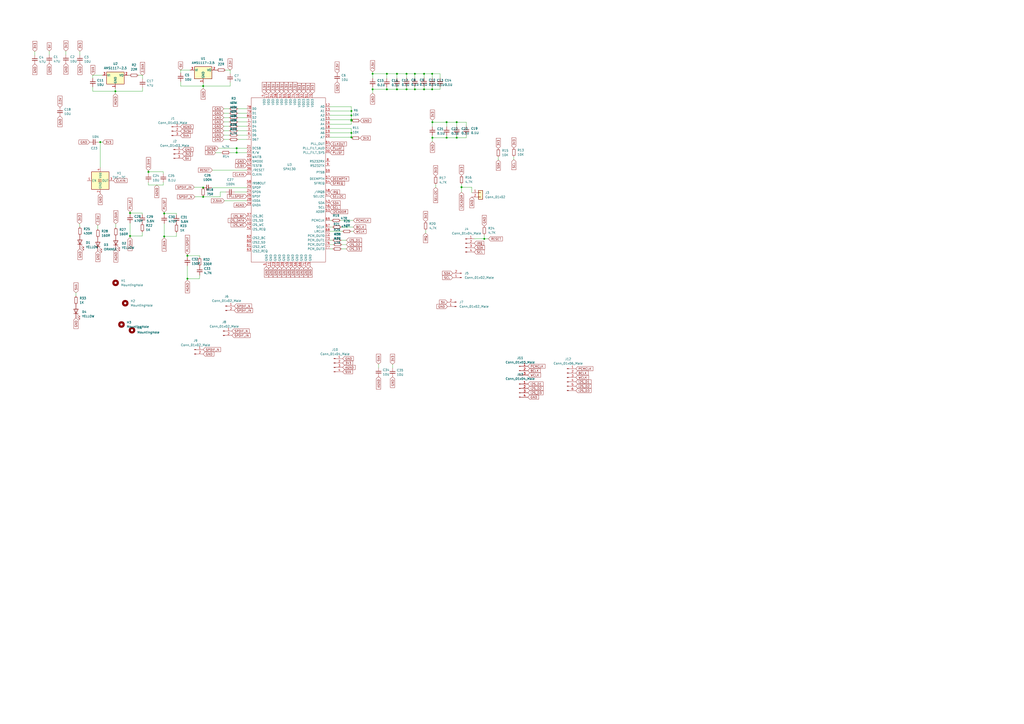
<source format=kicad_sch>
(kicad_sch (version 20230121) (generator eeschema)
  (paper "A2")
  (junction (at 137.287 88.519))
  (junction (at 259.08 70.866))
  (junction (at 245.999 51.816))
  (junction (at 235.839 42.799))
  (junction (at 250.698 42.799))
  (junction (at 108.712 161.671))
  (junction (at 95.25 123.825))
  (junction (at 267.716 108.585))
  (junction (at 240.665 42.799))
  (junction (at 245.999 42.799))
  (junction (at 216.154 42.799))
  (junction (at 250.825 70.866))
  (junction (at 86.106 99.695))
  (junction (at 203.835 77.089))
  (junction (at 75.438 123.571))
  (junction (at 224.409 51.816))
  (junction (at 250.825 79.883))
  (junction (at 95.25 137.16))
  (junction (at 259.08 79.883))
  (junction (at 216.154 51.816))
  (junction (at 66.929 52.959))
  (junction (at 203.835 79.629))
  (junction (at 230.251 42.799))
  (junction (at 58.166 82.423))
  (junction (at 235.839 51.816))
  (junction (at 137.287 85.979))
  (junction (at 264.922 70.866))
  (junction (at 203.835 64.389))
  (junction (at 280.924 138.557))
  (junction (at 75.438 136.906))
  (junction (at 264.922 79.883))
  (junction (at 240.665 51.816))
  (junction (at 117.856 49.911))
  (junction (at 203.835 69.469))
  (junction (at 203.835 66.929))
  (junction (at 117.856 108.839))
  (junction (at 203.835 69.977))
  (junction (at 117.856 114.173))
  (junction (at 224.409 42.799))
  (junction (at 108.712 148.336))
  (junction (at 230.251 51.816))
  (junction (at 250.698 51.816))
  (wire (pts (xy 298.069 90.932) (xy 298.069 92.583)))
  (wire (pts (xy 245.999 51.816) (xy 250.698 51.816)))
  (wire (pts (xy 108.712 161.671) (xy 108.712 162.56)))
  (wire (pts (xy 95.25 123.825) (xy 95.25 124.587)))
  (wire (pts (xy 20.193 32.004) (xy 20.193 29.845)))
  (wire (pts (xy 74.549 43.688) (xy 75.184 43.688)))
  (wire (pts (xy 216.154 42.799) (xy 216.154 45.466)))
  (wire (pts (xy 203.835 79.629) (xy 203.835 80.137)))
  (wire (pts (xy 82.55 124.46) (xy 82.55 123.571)))
  (wire (pts (xy 245.999 50.292) (xy 245.999 51.816)))
  (wire (pts (xy 117.856 51.308) (xy 117.856 49.911)))
  (wire (pts (xy 250.698 45.339) (xy 250.698 42.799)))
  (wire (pts (xy 227.711 213.487) (xy 227.711 211.328)))
  (wire (pts (xy 259.08 78.613) (xy 259.08 79.883)))
  (wire (pts (xy 94.742 99.695) (xy 86.106 99.695)))
  (wire (pts (xy 270.51 70.866) (xy 264.922 70.866)))
  (wire (pts (xy 46.101 129.794) (xy 46.355 131.572)))
  (wire (pts (xy 115.824 159.639) (xy 115.697 161.671)))
  (wire (pts (xy 270.51 79.883) (xy 264.922 79.883)))
  (wire (pts (xy 191.389 66.929) (xy 203.835 66.929)))
  (wire (pts (xy 82.677 50.8) (xy 82.677 52.959)))
  (wire (pts (xy 246.888 133.604) (xy 246.888 135.255)))
  (wire (pts (xy 95.25 129.667) (xy 95.25 137.16)))
  (wire (pts (xy 115.824 148.336) (xy 108.712 148.336)))
  (wire (pts (xy 94.742 100.711) (xy 94.742 99.695)))
  (wire (pts (xy 133.477 88.519) (xy 137.287 88.519)))
  (wire (pts (xy 94.742 105.791) (xy 94.742 107.315)))
  (wire (pts (xy 192.913 131.699) (xy 191.389 131.699)))
  (wire (pts (xy 203.835 61.849) (xy 191.389 61.849)))
  (wire (pts (xy 108.712 154.178) (xy 108.712 161.671)))
  (wire (pts (xy 289.052 91.186) (xy 289.052 92.837)))
  (wire (pts (xy 104.775 40.64) (xy 110.236 40.64)))
  (wire (pts (xy 58.166 82.423) (xy 57.15 82.423)))
  (wire (pts (xy 129.794 70.739) (xy 132.969 70.739)))
  (wire (pts (xy 75.438 123.571) (xy 75.438 124.333)))
  (wire (pts (xy 200.914 141.859) (xy 198.374 141.859)))
  (wire (pts (xy 191.389 79.629) (xy 203.835 79.629)))
  (wire (pts (xy 137.287 88.519) (xy 143.129 88.519)))
  (wire (pts (xy 224.409 51.816) (xy 216.154 51.816)))
  (wire (pts (xy 204.978 127.889) (xy 197.485 127.889)))
  (wire (pts (xy 115.824 149.352) (xy 115.824 148.336)))
  (wire (pts (xy 46.355 31.877) (xy 46.355 29.718)))
  (wire (pts (xy 192.913 139.319) (xy 191.389 139.319)))
  (wire (pts (xy 255.27 50.419) (xy 255.27 51.816)))
  (wire (pts (xy 122.936 108.839) (xy 143.129 108.839)))
  (wire (pts (xy 95.25 123.063) (xy 95.25 123.825)))
  (wire (pts (xy 129.794 65.659) (xy 132.969 65.659)))
  (wire (pts (xy 235.839 42.799) (xy 240.665 42.799)))
  (wire (pts (xy 130.175 116.459) (xy 143.129 116.459)))
  (wire (pts (xy 235.839 50.292) (xy 235.839 51.816)))
  (wire (pts (xy 66.929 54.356) (xy 66.929 52.959)))
  (wire (pts (xy 129.794 73.279) (xy 132.969 73.279)))
  (wire (pts (xy 137.287 85.979) (xy 143.129 85.979)))
  (wire (pts (xy 123.19 98.679) (xy 143.129 98.679)))
  (wire (pts (xy 129.794 78.359) (xy 132.969 78.359)))
  (wire (pts (xy 191.389 74.549) (xy 203.835 74.549)))
  (wire (pts (xy 200.914 139.319) (xy 197.993 139.319)))
  (wire (pts (xy 53.848 43.688) (xy 59.309 43.688)))
  (wire (pts (xy 104.775 47.371) (xy 104.775 49.911)))
  (wire (pts (xy 86.106 99.695) (xy 86.106 100.711)))
  (wire (pts (xy 138.049 70.739) (xy 143.129 70.739)))
  (wire (pts (xy 129.794 68.199) (xy 132.969 68.199)))
  (wire (pts (xy 95.25 137.16) (xy 102.362 137.16)))
  (wire (pts (xy 250.825 70.866) (xy 250.825 73.533)))
  (wire (pts (xy 138.049 80.899) (xy 143.129 80.899)))
  (wire (pts (xy 129.794 75.819) (xy 132.969 75.819)))
  (wire (pts (xy 273.685 108.585) (xy 267.716 108.585)))
  (wire (pts (xy 82.677 43.688) (xy 82.677 45.72)))
  (wire (pts (xy 28.575 31.75) (xy 28.575 29.591)))
  (wire (pts (xy 240.665 50.292) (xy 240.665 51.816)))
  (wire (pts (xy 102.362 123.825) (xy 95.25 123.825)))
  (wire (pts (xy 102.362 134.874) (xy 102.362 137.16)))
  (wire (pts (xy 53.848 45.339) (xy 53.848 43.688)))
  (wire (pts (xy 102.362 124.714) (xy 102.362 123.825)))
  (wire (pts (xy 59.563 82.423) (xy 58.166 82.423)))
  (wire (pts (xy 204.978 134.239) (xy 203.708 134.239)))
  (wire (pts (xy 95.25 137.16) (xy 95.25 138.049)))
  (wire (pts (xy 264.922 73.406) (xy 264.922 70.866)))
  (wire (pts (xy 86.106 98.933) (xy 86.106 99.695)))
  (wire (pts (xy 250.825 70.866) (xy 259.08 70.866)))
  (wire (pts (xy 200.914 144.399) (xy 198.12 144.399)))
  (wire (pts (xy 129.794 63.119) (xy 132.969 63.119)))
  (wire (pts (xy 240.665 42.799) (xy 245.999 42.799)))
  (wire (pts (xy 203.835 69.469) (xy 203.835 69.977)))
  (wire (pts (xy 38.227 31.75) (xy 38.227 29.591)))
  (wire (pts (xy 203.835 61.849) (xy 203.835 64.389)))
  (wire (pts (xy 193.294 141.859) (xy 191.389 141.859)))
  (wire (pts (xy 56.769 130.683) (xy 56.769 132.842)))
  (wire (pts (xy 267.716 106.807) (xy 267.716 108.585)))
  (wire (pts (xy 264.922 79.883) (xy 259.08 79.883)))
  (wire (pts (xy 191.389 77.089) (xy 203.835 77.089)))
  (wire (pts (xy 267.716 108.585) (xy 267.716 111.506)))
  (wire (pts (xy 259.08 73.533) (xy 259.08 70.866)))
  (wire (pts (xy 108.712 161.671) (xy 115.697 161.671)))
  (wire (pts (xy 259.08 79.883) (xy 250.825 79.883)))
  (wire (pts (xy 203.835 74.549) (xy 203.835 77.089)))
  (wire (pts (xy 203.835 77.089) (xy 203.835 79.629)))
  (wire (pts (xy 86.106 105.791) (xy 86.106 107.315)))
  (wire (pts (xy 203.835 66.929) (xy 203.835 69.469)))
  (wire (pts (xy 82.55 134.62) (xy 82.55 136.906)))
  (wire (pts (xy 133.477 40.64) (xy 133.477 42.672)))
  (wire (pts (xy 191.389 64.389) (xy 203.835 64.389)))
  (wire (pts (xy 127.762 114.173) (xy 117.856 114.173)))
  (wire (pts (xy 125.095 88.519) (xy 128.397 88.519)))
  (wire (pts (xy 133.477 47.752) (xy 133.477 49.911)))
  (wire (pts (xy 117.856 49.911) (xy 117.856 48.26)))
  (wire (pts (xy 273.685 111.76) (xy 273.685 108.585)))
  (wire (pts (xy 108.712 147.574) (xy 108.712 148.336)))
  (wire (pts (xy 108.712 148.336) (xy 108.712 149.098)))
  (wire (pts (xy 280.924 136.271) (xy 280.924 138.557)))
  (wire (pts (xy 127.762 111.379) (xy 127.762 114.173)))
  (wire (pts (xy 270.51 73.279) (xy 270.51 70.866)))
  (wire (pts (xy 240.665 45.212) (xy 240.665 42.799)))
  (wire (pts (xy 75.438 136.906) (xy 75.438 137.795)))
  (wire (pts (xy 53.848 52.959) (xy 66.929 52.959)))
  (wire (pts (xy 275.082 138.557) (xy 280.924 138.557)))
  (wire (pts (xy 66.929 52.959) (xy 66.929 51.308)))
  (wire (pts (xy 138.049 78.359) (xy 143.129 78.359)))
  (wire (pts (xy 280.924 138.557) (xy 283.337 138.557)))
  (wire (pts (xy 115.824 154.559) (xy 115.824 154.432)))
  (wire (pts (xy 252.73 107.061) (xy 252.73 108.712)))
  (wire (pts (xy 104.775 42.291) (xy 104.775 40.64)))
  (wire (pts (xy 235.839 51.816) (xy 240.665 51.816)))
  (wire (pts (xy 86.106 107.315) (xy 94.742 107.315)))
  (wire (pts (xy 235.839 42.799) (xy 230.251 42.799)))
  (wire (pts (xy 53.848 50.419) (xy 53.848 52.959)))
  (wire (pts (xy 216.154 51.816) (xy 216.154 50.546)))
  (wire (pts (xy 75.438 136.906) (xy 82.55 136.906)))
  (wire (pts (xy 82.55 123.571) (xy 75.438 123.571)))
  (wire (pts (xy 245.999 45.212) (xy 245.999 42.799)))
  (wire (pts (xy 129.794 80.899) (xy 132.969 80.899)))
  (wire (pts (xy 44.069 169.799) (xy 44.069 171.704)))
  (wire (pts (xy 138.049 75.819) (xy 143.129 75.819)))
  (wire (pts (xy 250.698 51.816) (xy 255.27 51.816)))
  (wire (pts (xy 82.677 52.959) (xy 66.929 52.959)))
  (wire (pts (xy 192.405 127.889) (xy 191.389 127.889)))
  (wire (pts (xy 224.409 42.799) (xy 230.251 42.799)))
  (wire (pts (xy 138.049 68.199) (xy 143.129 68.199)))
  (wire (pts (xy 67.183 129.794) (xy 67.183 131.953)))
  (wire (pts (xy 216.154 41.656) (xy 216.154 42.799)))
  (wire (pts (xy 250.825 79.883) (xy 250.825 78.613)))
  (wire (pts (xy 250.825 82.169) (xy 250.825 79.883)))
  (wire (pts (xy 75.438 122.809) (xy 75.438 123.571)))
  (wire (pts (xy 138.049 63.119) (xy 143.129 63.119)))
  (wire (pts (xy 136.144 111.379) (xy 143.129 111.379)))
  (wire (pts (xy 250.698 42.799) (xy 245.999 42.799)))
  (wire (pts (xy 230.251 51.816) (xy 224.409 51.816)))
  (wire (pts (xy 80.264 43.688) (xy 82.677 43.688)))
  (wire (pts (xy 230.251 50.419) (xy 230.251 51.816)))
  (wire (pts (xy 193.04 144.399) (xy 191.389 144.399)))
  (wire (pts (xy 191.389 69.469) (xy 203.835 69.469)))
  (wire (pts (xy 138.049 65.659) (xy 143.129 65.659)))
  (wire (pts (xy 235.839 45.212) (xy 235.839 42.799)))
  (wire (pts (xy 58.166 82.423) (xy 58.166 97.155)))
  (wire (pts (xy 198.628 134.239) (xy 191.389 134.239)))
  (wire (pts (xy 255.27 45.339) (xy 255.27 42.799)))
  (wire (pts (xy 250.825 69.723) (xy 250.825 70.866)))
  (wire (pts (xy 255.27 42.799) (xy 250.698 42.799)))
  (wire (pts (xy 240.665 51.816) (xy 245.999 51.816)))
  (wire (pts (xy 264.922 78.486) (xy 264.922 79.883)))
  (wire (pts (xy 203.835 64.389) (xy 203.835 66.929)))
  (wire (pts (xy 203.835 72.009) (xy 191.389 72.009)))
  (wire (pts (xy 203.835 69.977) (xy 203.835 72.009)))
  (wire (pts (xy 125.476 40.64) (xy 125.73 40.64)))
  (wire (pts (xy 133.477 49.911) (xy 117.856 49.911)))
  (wire (pts (xy 204.978 131.699) (xy 197.993 131.699)))
  (wire (pts (xy 117.856 114.173) (xy 113.03 114.173)))
  (wire (pts (xy 259.08 70.866) (xy 264.922 70.866)))
  (wire (pts (xy 127.762 111.379) (xy 131.064 111.379)))
  (wire (pts (xy 104.775 49.911) (xy 117.856 49.911)))
  (wire (pts (xy 235.839 51.816) (xy 230.251 51.816)))
  (wire (pts (xy 117.856 108.839) (xy 117.856 108.585)))
  (wire (pts (xy 224.409 45.466) (xy 224.409 42.799)))
  (wire (pts (xy 138.049 73.279) (xy 143.129 73.279)))
  (wire (pts (xy 130.81 40.64) (xy 133.477 40.64)))
  (wire (pts (xy 250.698 50.419) (xy 250.698 51.816)))
  (wire (pts (xy 75.438 129.413) (xy 75.438 136.906)))
  (wire (pts (xy 137.287 85.979) (xy 137.287 88.519)))
  (wire (pts (xy 216.154 42.799) (xy 224.409 42.799)))
  (wire (pts (xy 270.51 78.359) (xy 270.51 79.883)))
  (wire (pts (xy 230.251 45.339) (xy 230.251 42.799)))
  (wire (pts (xy 126.619 85.979) (xy 137.287 85.979)))
  (wire (pts (xy 112.649 108.585) (xy 117.856 108.585)))
  (wire (pts (xy 117.856 113.919) (xy 117.856 114.173)))
  (wire (pts (xy 224.409 50.546) (xy 224.409 51.816)))
  (wire (pts (xy 219.583 213.36) (xy 219.583 211.201)))
  (wire (pts (xy 216.154 54.102) (xy 216.154 51.816)))
  (global_label "GND" (shape input) (at 44.069 184.404 270) (property "Intersheetrefs" "${INTERSHEET_REFS}" (effects hide)))
  (global_label "2.5VA" (shape input) (at 82.677 43.688 90) (property "Intersheetrefs" "${INTERSHEET_REFS}" (effects hide)))
  (global_label "2.5V" (shape input) (at 56.769 130.683 90) (property "Intersheetrefs" "${INTERSHEET_REFS}" (effects hide)))
  (global_label "2.5V" (shape input) (at 160.909 54.229 90) (property "Intersheetrefs" "${INTERSHEET_REFS}" (effects hide)))
  (global_label "SCL" (shape input) (at 262.636 161.036 180) (property "Intersheetrefs" "${INTERSHEET_REFS}" (effects hide)))
  (global_label "PLLAF" (shape input) (at 75.438 122.809 90) (property "Intersheetrefs" "${INTERSHEET_REFS}" (effects hide)))
  (global_label "GND" (shape input) (at 46.355 144.272 270) (property "Intersheetrefs" "${INTERSHEET_REFS}" (effects hide)))
  (global_label "5V" (shape input) (at 259.588 175.26 180) (property "Intersheetrefs" "${INTERSHEET_REFS}" (effects hide)))
  (global_label "I2S_D3" (shape input) (at 200.914 144.399 0) (property "Intersheetrefs" "${INTERSHEET_REFS}" (effects hide)))
  (global_label "2.5V" (shape input) (at 216.154 41.656 90) (property "Intersheetrefs" "${INTERSHEET_REFS}" (effects hide)))
  (global_label "GND" (shape input) (at 167.259 154.559 270) (property "Intersheetrefs" "${INTERSHEET_REFS}" (effects hide)))
  (global_label "SDA" (shape input) (at 289.052 92.837 270) (property "Intersheetrefs" "${INTERSHEET_REFS}" (effects hide)))
  (global_label "GND" (shape input) (at 58.166 112.395 270) (property "Intersheetrefs" "${INTERSHEET_REFS}" (effects hide)))
  (global_label "GND" (shape input) (at 129.794 70.739 180) (property "Intersheetrefs" "${INTERSHEET_REFS}" (effects hide)))
  (global_label "2.5V" (shape input) (at 165.989 54.229 90) (property "Intersheetrefs" "${INTERSHEET_REFS}" (effects hide)))
  (global_label "3V3" (shape input) (at 181.229 54.229 90) (property "Intersheetrefs" "${INTERSHEET_REFS}" (effects hide)))
  (global_label "3V3" (shape input) (at 250.825 69.723 90) (property "Intersheetrefs" "${INTERSHEET_REFS}" (effects hide)))
  (global_label "GND" (shape input) (at 129.794 80.899 180) (property "Intersheetrefs" "${INTERSHEET_REFS}" (effects hide)))
  (global_label "3V3" (shape input) (at 208.915 80.137 0) (property "Intersheetrefs" "${INTERSHEET_REFS}" (effects hide)))
  (global_label "GND" (shape input) (at 143.129 93.599 180) (property "Intersheetrefs" "${INTERSHEET_REFS}" (effects hide)))
  (global_label "AGND" (shape input) (at 90.932 107.315 270) (property "Intersheetrefs" "${INTERSHEET_REFS}" (effects hide)))
  (global_label "SELI2C" (shape input) (at 191.389 113.919 0) (property "Intersheetrefs" "${INTERSHEET_REFS}" (effects hide)))
  (global_label "AGND" (shape input) (at 104.648 73.533 0) (property "Intersheetrefs" "${INTERSHEET_REFS}" (effects hide)))
  (global_label "3V3" (shape input) (at 176.149 54.229 90) (property "Intersheetrefs" "${INTERSHEET_REFS}" (effects hide)))
  (global_label "I2S_D2" (shape input) (at 200.914 141.859 0) (property "Intersheetrefs" "${INTERSHEET_REFS}" (effects hide)))
  (global_label "AGND" (shape input) (at 143.129 118.999 180) (property "Intersheetrefs" "${INTERSHEET_REFS}" (effects hide)))
  (global_label "CLKIN" (shape input) (at 65.786 104.775 0) (property "Intersheetrefs" "${INTERSHEET_REFS}" (effects hide)))
  (global_label "5V" (shape input) (at 105.791 91.821 0) (property "Intersheetrefs" "${INTERSHEET_REFS}" (effects hide)))
  (global_label "3V3" (shape input) (at 298.069 85.852 90) (property "Intersheetrefs" "${INTERSHEET_REFS}" (effects hide)))
  (global_label "GND" (shape input) (at 129.794 68.199 180) (property "Intersheetrefs" "${INTERSHEET_REFS}" (effects hide)))
  (global_label "I2CADDR" (shape input) (at 267.716 111.506 270) (property "Intersheetrefs" "${INTERSHEET_REFS}" (effects hide)))
  (global_label "SPDIF_N" (shape input) (at 113.03 114.173 180) (property "Intersheetrefs" "${INTERSHEET_REFS}" (effects hide)))
  (global_label "3V3" (shape input) (at 198.755 210.566 0) (property "Intersheetrefs" "${INTERSHEET_REFS}" (effects hide)))
  (global_label "CLKIN" (shape input) (at 143.129 101.219 180) (property "Intersheetrefs" "${INTERSHEET_REFS}" (effects hide)))
  (global_label "SELI2C" (shape input) (at 252.73 108.712 270) (property "Intersheetrefs" "${INTERSHEET_REFS}" (effects hide)))
  (global_label "GND" (shape input) (at 162.179 154.559 270) (property "Intersheetrefs" "${INTERSHEET_REFS}" (effects hide)))
  (global_label "3V3" (shape input) (at 38.227 29.591 90) (property "Intersheetrefs" "${INTERSHEET_REFS}" (effects hide)))
  (global_label "I2S_D2" (shape input) (at 306.197 225.298 0) (property "Intersheetrefs" "${INTERSHEET_REFS}" (effects hide)))
  (global_label "2.5V" (shape input) (at 143.129 96.139 180) (property "Intersheetrefs" "${INTERSHEET_REFS}" (effects hide)))
  (global_label "5VA" (shape input) (at 44.069 169.799 90) (property "Intersheetrefs" "${INTERSHEET_REFS}" (effects hide)))
  (global_label "WCLK" (shape input) (at 204.978 134.239 0) (property "Intersheetrefs" "${INTERSHEET_REFS}" (effects hide)))
  (global_label "GND" (shape input) (at 157.099 154.559 270) (property "Intersheetrefs" "${INTERSHEET_REFS}" (effects hide)))
  (global_label "2.5V" (shape input) (at 163.449 54.229 90) (property "Intersheetrefs" "${INTERSHEET_REFS}" (effects hide)))
  (global_label "GND" (shape input) (at 154.559 154.559 270) (property "Intersheetrefs" "${INTERSHEET_REFS}" (effects hide)))
  (global_label "I2S_D1" (shape input) (at 306.197 222.758 0) (property "Intersheetrefs" "${INTERSHEET_REFS}" (effects hide)))
  (global_label "CLKOUT" (shape input) (at 191.389 83.439 0) (property "Intersheetrefs" "${INTERSHEET_REFS}" (effects hide)))
  (global_label "SCL" (shape input) (at 275.082 146.177 0) (property "Intersheetrefs" "${INTERSHEET_REFS}" (effects hide)))
  (global_label "GND" (shape input) (at 280.924 131.191 90) (property "Intersheetrefs" "${INTERSHEET_REFS}" (effects hide)))
  (global_label "GND" (shape input) (at 273.685 114.3 270) (property "Intersheetrefs" "${INTERSHEET_REFS}" (effects hide)))
  (global_label "2.5V" (shape input) (at 158.369 54.229 90) (property "Intersheetrefs" "${INTERSHEET_REFS}" (effects hide)))
  (global_label "3V3" (shape input) (at 227.711 211.328 90) (property "Intersheetrefs" "${INTERSHEET_REFS}" (effects hide)))
  (global_label "SCL" (shape input) (at 191.389 120.269 0) (property "Intersheetrefs" "${INTERSHEET_REFS}" (effects hide)))
  (global_label "GND" (shape input) (at 198.755 208.026 0) (property "Intersheetrefs" "${INTERSHEET_REFS}" (effects hide)))
  (global_label "2.5V" (shape input) (at 153.289 54.229 90) (property "Intersheetrefs" "${INTERSHEET_REFS}" (effects hide)))
  (global_label "SDA" (shape input) (at 275.082 143.637 0) (property "Intersheetrefs" "${INTERSHEET_REFS}" (effects hide)))
  (global_label "I2S_D1" (shape input) (at 334.01 221.488 0) (property "Intersheetrefs" "${INTERSHEET_REFS}" (effects hide)))
  (global_label "5VA" (shape input) (at 104.648 78.613 0) (property "Intersheetrefs" "${INTERSHEET_REFS}" (effects hide)))
  (global_label "PLLSPDIF" (shape input) (at 143.129 113.919 180) (property "Intersheetrefs" "${INTERSHEET_REFS}" (effects hide)))
  (global_label "AGND" (shape input) (at 219.583 218.44 270) (property "Intersheetrefs" "${INTERSHEET_REFS}" (effects hide)))
  (global_label "DEEMPTH" (shape input) (at 191.389 103.759 0) (property "Intersheetrefs" "${INTERSHEET_REFS}" (effects hide)))
  (global_label "GND" (shape input) (at 195.58 47.498 270) (property "Intersheetrefs" "${INTERSHEET_REFS}" (effects hide)))
  (global_label "GND" (shape input) (at 174.879 154.559 270) (property "Intersheetrefs" "${INTERSHEET_REFS}" (effects hide)))
  (global_label "PCMCLK" (shape input) (at 306.197 212.471 0) (property "Intersheetrefs" "${INTERSHEET_REFS}" (effects hide)))
  (global_label "GND" (shape input) (at 117.856 205.359 0) (property "Intersheetrefs" "${INTERSHEET_REFS}" (effects hide)))
  (global_label "2.5VA" (shape input) (at 86.106 98.933 90) (property "Intersheetrefs" "${INTERSHEET_REFS}" (effects hide)))
  (global_label "GND" (shape input) (at 129.794 73.279 180) (property "Intersheetrefs" "${INTERSHEET_REFS}" (effects hide)))
  (global_label "2.5V" (shape input) (at 171.069 54.229 90) (property "Intersheetrefs" "${INTERSHEET_REFS}" (effects hide)))
  (global_label "5VA" (shape input) (at 53.848 43.688 90) (property "Intersheetrefs" "${INTERSHEET_REFS}" (effects hide)))
  (global_label "GND" (shape input) (at 28.575 36.83 270) (property "Intersheetrefs" "${INTERSHEET_REFS}" (effects hide)))
  (global_label "3V3" (shape input) (at 289.052 86.106 90) (property "Intersheetrefs" "${INTERSHEET_REFS}" (effects hide)))
  (global_label "2.5VA" (shape input) (at 67.183 129.794 90) (property "Intersheetrefs" "${INTERSHEET_REFS}" (effects hide)))
  (global_label "AGND" (shape input) (at 198.755 213.106 0) (property "Intersheetrefs" "${INTERSHEET_REFS}" (effects hide)))
  (global_label "5V" (shape input) (at 28.575 29.591 90) (property "Intersheetrefs" "${INTERSHEET_REFS}" (effects hide)))
  (global_label "PLLAF" (shape input) (at 191.389 85.979 0) (property "Intersheetrefs" "${INTERSHEET_REFS}" (effects hide)))
  (global_label "2.5V" (shape input) (at 34.798 62.23 90) (property "Intersheetrefs" "${INTERSHEET_REFS}" (effects hide)))
  (global_label "GND" (shape input) (at 227.711 218.567 270) (property "Intersheetrefs" "${INTERSHEET_REFS}" (effects hide)))
  (global_label "GND" (shape input) (at 34.798 67.31 270) (property "Intersheetrefs" "${INTERSHEET_REFS}" (effects hide)))
  (global_label "I2S_DATA" (shape input) (at 143.129 127.889 180) (property "Intersheetrefs" "${INTERSHEET_REFS}" (effects hide)))
  (global_label "GND" (shape input) (at 216.154 54.102 270) (property "Intersheetrefs" "${INTERSHEET_REFS}" (effects hide)))
  (global_label "I2S_D3" (shape input) (at 334.01 226.568 0) (property "Intersheetrefs" "${INTERSHEET_REFS}" (effects hide)))
  (global_label "AGND" (shape input) (at 108.712 162.56 270) (property "Intersheetrefs" "${INTERSHEET_REFS}" (effects hide)))
  (global_label "AGND" (shape input) (at 66.929 54.356 270) (property "Intersheetrefs" "${INTERSHEET_REFS}" (effects hide)))
  (global_label "GND" (shape input) (at 56.769 145.542 270) (property "Intersheetrefs" "${INTERSHEET_REFS}" (effects hide)))
  (global_label "5VA" (shape input) (at 198.755 215.646 0) (property "Intersheetrefs" "${INTERSHEET_REFS}" (effects hide)))
  (global_label "PCMCLK" (shape input) (at 204.978 127.889 0) (property "Intersheetrefs" "${INTERSHEET_REFS}" (effects hide)))
  (global_label "GND" (shape input) (at 259.588 177.8 180) (property "Intersheetrefs" "${INTERSHEET_REFS}" (effects hide)))
  (global_label "GND" (shape input) (at 129.794 63.119 180) (property "Intersheetrefs" "${INTERSHEET_REFS}" (effects hide)))
  (global_label "SDA" (shape input) (at 191.389 117.729 0) (property "Intersheetrefs" "${INTERSHEET_REFS}" (effects hide)))
  (global_label "IRQ" (shape input) (at 275.082 141.097 0) (property "Intersheetrefs" "${INTERSHEET_REFS}" (effects hide)))
  (global_label "I2S_BC" (shape input) (at 143.129 125.349 180) (property "Intersheetrefs" "${INTERSHEET_REFS}" (effects hide)))
  (global_label "3V3" (shape input) (at 105.791 89.281 0) (property "Intersheetrefs" "${INTERSHEET_REFS}" (effects hide)))
  (global_label "3V3" (shape input) (at 59.563 82.423 0) (property "Intersheetrefs" "${INTERSHEET_REFS}" (effects hide)))
  (global_label "I2S_D3" (shape input) (at 306.197 227.838 0) (property "Intersheetrefs" "${INTERSHEET_REFS}" (effects hide)))
  (global_label "PLLSF" (shape input) (at 95.25 123.063 90) (property "Intersheetrefs" "${INTERSHEET_REFS}" (effects hide)))
  (global_label "SPDIF_N" (shape input) (at 135.89 177.546 0) (property "Intersheetrefs" "${INTERSHEET_REFS}" (effects hide)))
  (global_label "3V3" (shape input) (at 178.689 54.229 90) (property "Intersheetrefs" "${INTERSHEET_REFS}" (effects hide)))
  (global_label "SPDIF_N" (shape input) (at 134.493 192.024 0) (property "Intersheetrefs" "${INTERSHEET_REFS}" (effects hide)))
  (global_label "BCLK" (shape input) (at 204.978 131.699 0) (property "Intersheetrefs" "${INTERSHEET_REFS}" (effects hide)))
  (global_label "GND" (shape input) (at 177.419 154.559 270) (property "Intersheetrefs" "${INTERSHEET_REFS}" (effects hide)))
  (global_label "DCSB" (shape input) (at 126.619 85.979 180) (property "Intersheetrefs" "${INTERSHEET_REFS}" (effects hide)))
  (global_label "2.5V" (shape input) (at 133.477 40.64 90) (property "Intersheetrefs" "${INTERSHEET_REFS}" (effects hide)))
  (global_label "IRQ" (shape input) (at 246.888 135.255 270) (property "Intersheetrefs" "${INTERSHEET_REFS}" (effects hide)))
  (global_label "GND" (shape input) (at 172.339 154.559 270) (property "Intersheetrefs" "${INTERSHEET_REFS}" (effects hide)))
  (global_label "GND" (shape input) (at 46.355 36.957 270) (property "Intersheetrefs" "${INTERSHEET_REFS}" (effects hide)))
  (global_label "3V3" (shape input) (at 252.73 101.981 90) (property "Intersheetrefs" "${INTERSHEET_REFS}" (effects hide)))
  (global_label "I2CADDR" (shape input) (at 191.389 122.809 0) (property "Intersheetrefs" "${INTERSHEET_REFS}" (effects hide)))
  (global_label "GND" (shape input) (at 129.794 65.659 180) (property "Intersheetrefs" "${INTERSHEET_REFS}" (effects hide)))
  (global_label "AGND" (shape input) (at 67.183 144.653 270) (property "Intersheetrefs" "${INTERSHEET_REFS}" (effects hide)))
  (global_label "GND" (shape input) (at 20.193 37.084 270) (property "Intersheetrefs" "${INTERSHEET_REFS}" (effects hide)))
  (global_label "SDA" (shape input) (at 262.636 158.496 180) (property "Intersheetrefs" "${INTERSHEET_REFS}" (effects hide)))
  (global_label "BCLK" (shape input) (at 306.197 215.011 0) (property "Intersheetrefs" "${INTERSHEET_REFS}" (effects hide)))
  (global_label "GND" (shape input) (at 117.856 51.308 270) (property "Intersheetrefs" "${INTERSHEET_REFS}" (effects hide)))
  (global_label "2.5VA" (shape input) (at 130.175 116.459 180) (property "Intersheetrefs" "${INTERSHEET_REFS}" (effects hide)))
  (global_label "GND" (shape input) (at 306.197 230.378 0) (property "Intersheetrefs" "${INTERSHEET_REFS}" (effects hide)))
  (global_label "GND" (shape input) (at 169.799 154.559 270) (property "Intersheetrefs" "${INTERSHEET_REFS}" (effects hide)))
  (global_label "IRQ" (shape input) (at 191.389 111.379 0) (property "Intersheetrefs" "${INTERSHEET_REFS}" (effects hide)))
  (global_label "SPDIF_IN" (shape input) (at 135.89 180.086 0) (property "Intersheetrefs" "${INTERSHEET_REFS}" (effects hide)))
  (global_label "I2S_D2" (shape input) (at 334.01 224.028 0) (property "Intersheetrefs" "${INTERSHEET_REFS}" (effects hide)))
  (global_label "GND" (shape input) (at 129.794 78.359 180) (property "Intersheetrefs" "${INTERSHEET_REFS}" (effects hide)))
  (global_label "3V3" (shape input) (at 46.101 129.794 90) (property "Intersheetrefs" "${INTERSHEET_REFS}" (effects hide)))
  (global_label "3V3" (shape input) (at 246.888 128.524 90) (property "Intersheetrefs" "${INTERSHEET_REFS}" (effects hide)))
  (global_label "I2S_D1" (shape input) (at 200.914 139.319 0) (property "Intersheetrefs" "${INTERSHEET_REFS}" (effects hide)))
  (global_label "GND" (shape input) (at 38.227 36.83 270) (property "Intersheetrefs" "${INTERSHEET_REFS}" (effects hide)))
  (global_label "GND" (shape input) (at 159.639 154.559 270) (property "Intersheetrefs" "${INTERSHEET_REFS}" (effects hide)))
  (global_label "2.5V" (shape input) (at 168.529 54.229 90) (property "Intersheetrefs" "${INTERSHEET_REFS}" (effects hide)))
  (global_label "RESET" (shape input) (at 283.337 138.557 0) (property "Intersheetrefs" "${INTERSHEET_REFS}" (effects hide)))
  (global_label "3V3" (shape input) (at 20.193 29.845 90) (property "Intersheetrefs" "${INTERSHEET_REFS}" (effects hide)))
  (global_label "GND" (shape input) (at 129.794 75.819 180) (property "Intersheetrefs" "${INTERSHEET_REFS}" (effects hide)))
  (global_label "2.5VA" (shape input) (at 75.438 137.795 270) (property "Intersheetrefs" "${INTERSHEET_REFS}" (effects hide)))
  (global_label "GND" (shape input) (at 179.959 154.559 270) (property "Intersheetrefs" "${INTERSHEET_REFS}" (effects hide)))
  (global_label "I2S_WC" (shape input) (at 143.129 130.429 180) (property "Intersheetrefs" "${INTERSHEET_REFS}" (effects hide)))
  (global_label "GND" (shape input) (at 208.915 69.977 0) (property "Intersheetrefs" "${INTERSHEET_REFS}" (effects hide)))
  (global_label "3V3" (shape input) (at 173.609 54.229 90) (property "Intersheetrefs" "${INTERSHEET_REFS}" (effects hide)))
  (global_label "2.5V" (shape input) (at 195.58 42.418 90) (property "Intersheetrefs" "${INTERSHEET_REFS}" (effects hide)))
  (global_label "2.5V" (shape input) (at 155.829 54.229 90) (property "Intersheetrefs" "${INTERSHEET_REFS}" (effects hide)))
  (global_label "GND" (shape input) (at 250.825 82.169 270) (property "Intersheetrefs" "${INTERSHEET_REFS}" (effects hide)))
  (global_label "PCMCLK" (shape input) (at 334.01 213.868 0) (property "Intersheetrefs" "${INTERSHEET_REFS}" (effects hide)))
  (global_label "SPDIF_IN" (shape input) (at 112.649 108.585 180) (property "Intersheetrefs" "${INTERSHEET_REFS}" (effects hide)))
  (global_label "PLLSPDIF" (shape input) (at 108.712 147.574 90) (property "Intersheetrefs" "${INTERSHEET_REFS}" (effects hide)))
  (global_label "GND" (shape input) (at 164.719 154.559 270) (property "Intersheetrefs" "${INTERSHEET_REFS}" (effects hide)))
  (global_label "WCLK" (shape input) (at 334.01 218.948 0) (property "Intersheetrefs" "${INTERSHEET_REFS}" (effects hide)))
  (global_label "PLLSF" (shape input) (at 191.389 88.519 0) (property "Intersheetrefs" "${INTERSHEET_REFS}" (effects hide)))
  (global_label "2.5VA" (shape input) (at 95.25 138.049 270) (property "Intersheetrefs" "${INTERSHEET_REFS}" (effects hide)))
  (global_label "3V3" (shape input) (at 46.355 29.718 90) (property "Intersheetrefs" "${INTERSHEET_REFS}" (effects hide)))
  (global_label "GND" (shape input) (at 52.07 82.423 180) (property "Intersheetrefs" "${INTERSHEET_REFS}" (effects hide)))
  (global_label "3V3" (shape input) (at 267.716 101.727 90) (property "Intersheetrefs" "${INTERSHEET_REFS}" (effects hide)))
  (global_label "BCLK" (shape input) (at 334.01 216.408 0) (property "Intersheetrefs" "${INTERSHEET_REFS}" (effects hide)))
  (global_label "3V3" (shape input) (at 125.095 88.519 180) (property "Intersheetrefs" "${INTERSHEET_REFS}" (effects hide)))
  (global_label "SFREQ" (shape input) (at 191.389 106.299 0) (property "Intersheetrefs" "${INTERSHEET_REFS}" (effects hide)))
  (global_label "SPDIF_N" (shape input) (at 117.856 202.819 0) (property "Intersheetrefs" "${INTERSHEET_REFS}" (effects hide)))
  (global_label "RESET" (shape input) (at 123.19 98.679 180) (property "Intersheetrefs" "${INTERSHEET_REFS}" (effects hide)))
  (global_label "5V" (shape input) (at 104.775 40.64 90) (property "Intersheetrefs" "${INTERSHEET_REFS}" (effects hide)))
  (global_label "SCL" (shape input) (at 298.069 92.583 270) (property "Intersheetrefs" "${INTERSHEET_REFS}" (effects hide)))
  (global_label "WCLK" (shape input) (at 306.197 217.551 0) (property "Intersheetrefs" "${INTERSHEET_REFS}" (effects hide)))
  (global_label "5VA" (shape input) (at 219.583 211.201 90) (property "Intersheetrefs" "${INTERSHEET_REFS}" (effects hide)))
  (global_label "GND" (shape input) (at 105.791 86.741 0) (property "Intersheetrefs" "${INTERSHEET_REFS}" (effects hide)))
  (global_label "3V3A" (shape input) (at 104.648 76.073 0) (property "Intersheetrefs" "${INTERSHEET_REFS}" (effects hide)))
  (global_label "SPDIF_IN" (shape input) (at 134.493 194.564 0) (property "Intersheetrefs" "${INTERSHEET_REFS}" (effects hide)))
  (symbol (lib_id "Device:C_Small") (at 133.477 45.212 0) (unit 1)
    (property "Reference" "C7" (at 135.89 43.9482 0) (effects (justify left)))
    (property "Value" "47U" (at 135.89 46.4882 0) (effects (justify left)))
    (property "Footprint" "Capacitor_SMD:C_1206_3216Metric_Pad1.33x1.80mm_HandSolder" (effects hide))
  )
  (symbol (lib_id "Device:C_Small") (at 216.154 48.006 0) (unit 1)
    (property "Reference" "C15" (at 218.821 46.7422 0) (effects (justify left)))
    (property "Value" "0.1U" (at 218.821 49.2822 0) (effects (justify left)))
    (property "Footprint" "Capacitor_SMD:C_0603_1608Metric_Pad1.08x0.95mm_HandSolder" (effects hide))
  )
  (symbol (lib_id "Device:C_Small") (at 34.798 64.77 0) (unit 1)
    (property "Reference" "C18" (at 37.211 63.5062 0) (effects (justify left)))
    (property "Value" "10U" (at 37.211 66.0462 0) (effects (justify left)))
    (property "Footprint" "Capacitor_SMD:C_1206_3216Metric_Pad1.33x1.80mm_HandSolder" (effects hide))
  )
  (symbol (lib_id "Connector:Conn_01x04_Male") (at 193.675 210.566 0) (unit 1)
    (property "Reference" "J10" (at 194.31 202.819 0))
    (property "Value" "Conn_01x04_Male" (at 194.31 205.359 0))
    (property "Footprint" "Connector_JST:JST_PH_B4B-PH-K_1x04_P2.00mm_Vertical" (effects hide))
  )
  (symbol (lib_id "Regulator_Linear:AMS1117-2.5") (at 117.856 40.64 0) (unit 1)
    (property "Reference" "U1" (at 117.856 33.909 0))
    (property "Value" "AMS1117-2.5" (at 117.856 36.449 0))
    (property "Footprint" "Package_TO_SOT_SMD:SOT-223" (effects hide))
    (property "Datasheet" "http://www.advanced-monolithic.com/pdf/ds1117.pdf" (effects hide))
  )
  (symbol (lib_id "Device:C_Small") (at 28.575 34.29 0) (unit 1)
    (property "Reference" "C1" (at 30.988 33.0262 0) (effects (justify left)))
    (property "Value" "47U" (at 30.988 35.5662 0) (effects (justify left)))
    (property "Footprint" "Capacitor_SMD:C_1206_3216Metric_Pad1.33x1.80mm_HandSolder" (effects hide))
  )
  (symbol (lib_id "Device:R_Small") (at 135.509 63.119 90) (unit 1)
    (property "Reference" "R3" (at 135.509 57.15 90))
    (property "Value" "4.7K" (at 135.509 59.69 90))
    (property "Footprint" "Resistor_SMD:R_0603_1608Metric_Pad0.98x0.95mm_HandSolder" (effects hide))
  )
  (symbol (lib_id "Connector:Conn_01x02_Male") (at 130.81 177.546 0) (unit 1)
    (property "Reference" "J6" (at 131.445 171.958 0))
    (property "Value" "Conn_01x02_Male" (at 131.445 174.498 0))
    (property "Footprint" "Connector_JST:JST_PH_B2B-PH-K_1x02_P2.00mm_Vertical" (effects hide))
  )
  (symbol (lib_id "Connector:Conn_01x02_Male") (at 129.413 192.024 0) (unit 1)
    (property "Reference" "J8" (at 130.048 186.817 0))
    (property "Value" "Conn_01x02_Male" (at 130.048 189.357 0))
    (property "Footprint" "Connector_PinHeader_2.54mm:PinHeader_1x02_P2.54mm_Vertical" (effects hide))
  )
  (symbol (lib_id "Device:R_Small") (at 195.834 141.859 90) (unit 1)
    (property "Reference" "R30" (at 195.834 135.89 90))
    (property "Value" "47R" (at 195.834 138.43 90))
    (property "Footprint" "Resistor_SMD:R_0805_2012Metric_Pad1.20x1.40mm_HandSolder" (effects hide))
  )
  (symbol (lib_id "Device:C_Small") (at 94.742 103.251 0) (unit 1)
    (property "Reference" "C25" (at 97.409 101.9872 0) (effects (justify left)))
    (property "Value" "0.1U" (at 97.409 104.5272 0) (effects (justify left)))
    (property "Footprint" "Capacitor_SMD:C_0603_1608Metric_Pad1.08x0.95mm_HandSolder" (effects hide))
  )
  (symbol (lib_id "Device:R_Small") (at 67.183 134.493 0) (unit 1)
    (property "Reference" "R27" (at 69.215 133.2229 0) (effects (justify left)))
    (property "Value" "160R" (at 69.215 135.7629 0) (effects (justify left)))
    (property "Footprint" "Resistor_SMD:R_0603_1608Metric_Pad0.98x0.95mm_HandSolder" (effects hide))
  )
  (symbol (lib_id "Device:C_Small") (at 255.27 47.879 0) (unit 1)
    (property "Reference" "C14" (at 257.937 46.6152 0) (effects (justify left)))
    (property "Value" "0.1U" (at 257.937 49.1552 0) (effects (justify left)))
    (property "Footprint" "Capacitor_SMD:C_0603_1608Metric_Pad1.08x0.95mm_HandSolder" (effects hide))
  )
  (symbol (lib_id "Device:C_Small") (at 264.922 75.946 0) (unit 1)
    (property "Reference" "C20" (at 267.589 74.6822 0) (effects (justify left)))
    (property "Value" "0.1U" (at 267.589 77.2222 0) (effects (justify left)))
    (property "Footprint" "Capacitor_SMD:C_0603_1608Metric_Pad1.08x0.95mm_HandSolder" (effects hide))
  )
  (symbol (lib_id "Connector_Generic:Conn_01x02") (at 278.765 111.76 0) (unit 1)
    (property "Reference" "J3" (at 281.432 111.7599 0) (effects (justify left)))
    (property "Value" "Conn_01x02" (at 281.432 114.2999 0) (effects (justify left)))
    (property "Footprint" "Connector_PinHeader_2.54mm:PinHeader_1x02_P2.54mm_Vertical" (effects hide))
  )
  (symbol (lib_id "Device:R_Small") (at 135.509 68.199 90) (unit 1)
    (property "Reference" "R5" (at 135.509 62.23 90))
    (property "Value" "4.7K" (at 135.509 64.77 90))
    (property "Footprint" "Resistor_SMD:R_0603_1608Metric_Pad0.98x0.95mm_HandSolder" (effects hide))
  )
  (symbol (lib_id "Device:R_Small") (at 267.716 104.267 0) (unit 1)
    (property "Reference" "R16" (at 269.748 102.9969 0) (effects (justify left)))
    (property "Value" "4.7K" (at 269.748 105.5369 0) (effects (justify left)))
    (property "Footprint" "Resistor_SMD:R_0603_1608Metric_Pad0.98x0.95mm_HandSolder" (effects hide))
  )
  (symbol (lib_id "Device:R_Small") (at 195.58 144.399 90) (unit 1)
    (property "Reference" "R31" (at 195.58 138.43 90))
    (property "Value" "47R" (at 195.58 140.97 90))
    (property "Footprint" "Resistor_SMD:R_0805_2012Metric_Pad1.20x1.40mm_HandSolder" (effects hide))
  )
  (symbol (lib_id "Device:R_Small") (at 44.069 174.244 0) (unit 1)
    (property "Reference" "R33" (at 46.101 172.9739 0) (effects (justify left)))
    (property "Value" "1K" (at 46.101 175.5139 0) (effects (justify left)))
    (property "Footprint" "Resistor_SMD:R_0603_1608Metric_Pad0.98x0.95mm_HandSolder" (effects hide))
  )
  (symbol (lib_id "Device:C_Small") (at 270.51 75.819 0) (unit 1)
    (property "Reference" "C19" (at 273.177 74.5552 0) (effects (justify left)))
    (property "Value" "0.1U" (at 273.177 77.0952 0) (effects (justify left)))
    (property "Footprint" "Capacitor_SMD:C_0603_1608Metric_Pad1.08x0.95mm_HandSolder" (effects hide))
  )
  (symbol (lib_id "Device:R_Small") (at 56.769 135.382 0) (unit 1)
    (property "Reference" "R28" (at 58.801 134.1119 0) (effects (justify left)))
    (property "Value" "160R" (at 58.801 136.6519 0) (effects (justify left)))
    (property "Footprint" "Resistor_SMD:R_0603_1608Metric_Pad0.98x0.95mm_HandSolder" (effects hide))
  )
  (symbol (lib_id "Device:C_Small") (at 46.355 34.417 0) (unit 1)
    (property "Reference" "C3" (at 48.768 33.1532 0) (effects (justify left)))
    (property "Value" "10U" (at 48.768 35.6932 0) (effects (justify left)))
    (property "Footprint" "Capacitor_SMD:C_1206_3216Metric_Pad1.33x1.80mm_HandSolder" (effects hide))
  )
  (symbol (lib_id "Device:LED") (at 44.069 180.594 90) (unit 1)
    (property "Reference" "D4" (at 47.498 180.9114 90) (effects (justify right)))
    (property "Value" "YELLOW" (at 47.498 183.4514 90) (effects (justify right)))
    (property "Footprint" "LED_SMD:LED_0805_2012Metric_Pad1.15x1.40mm_HandSolder" (effects hide))
  )
  (symbol (lib_id "Connector:Conn_01x03_Male") (at 100.711 89.281 0) (unit 1)
    (property "Reference" "J2" (at 101.346 81.915 0))
    (property "Value" "Conn_01x03_Male" (at 101.346 84.455 0))
    (property "Footprint" "Connector_JST:JST_PH_B3B-PH-K_1x03_P2.00mm_Vertical" (effects hide))
  )
  (symbol (lib_id "Connector:Conn_01x04_Male") (at 301.117 225.298 0) (unit 1)
    (property "Reference" "J13" (at 301.752 217.17 0))
    (property "Value" "Conn_01x04_Male" (at 301.752 219.71 0))
    (property "Footprint" "Connector_JST:JST_PH_B4B-PH-K_1x04_P2.00mm_Vertical" (effects hide))
  )
  (symbol (lib_id "Device:C_Small") (at 250.698 47.879 0) (unit 1)
    (property "Reference" "C13" (at 253.365 46.6152 0) (effects (justify left)))
    (property "Value" "0.1U" (at 253.365 49.1552 0) (effects (justify left)))
    (property "Footprint" "Capacitor_SMD:C_0603_1608Metric_Pad1.08x0.95mm_HandSolder" (effects hide))
  )
  (symbol (lib_id "Device:C_Small") (at 219.583 215.9 0) (unit 1)
    (property "Reference" "C34" (at 221.996 214.6362 0) (effects (justify left)))
    (property "Value" "10U" (at 221.996 217.1762 0) (effects (justify left)))
    (property "Footprint" "Capacitor_SMD:C_1206_3216Metric_Pad1.33x1.80mm_HandSolder" (effects hide))
  )
  (symbol (lib_id "Device:C_Small") (at 240.665 47.752 0) (unit 1)
    (property "Reference" "C9" (at 243.332 46.4882 0) (effects (justify left)))
    (property "Value" "0.1U" (at 243.332 49.0282 0) (effects (justify left)))
    (property "Footprint" "Capacitor_SMD:C_0603_1608Metric_Pad1.08x0.95mm_HandSolder" (effects hide))
  )
  (symbol (lib_id "Device:R_Small") (at 194.945 127.889 90) (unit 1)
    (property "Reference" "R19" (at 194.945 125.095 90))
    (property "Value" "47R" (at 199.517 126.619 90))
    (property "Footprint" "Resistor_SMD:R_0805_2012Metric_Pad1.20x1.40mm_HandSolder" (effects hide))
  )
  (symbol (lib_id "Device:R_Small") (at 128.27 40.64 90) (unit 1)
    (property "Reference" "R1" (at 128.27 34.671 90))
    (property "Value" "22R" (at 128.27 37.211 90))
    (property "Footprint" "Resistor_SMD:R_0805_2012Metric_Pad1.20x1.40mm_HandSolder" (effects hide))
  )
  (symbol (lib_id "Device:R_Small") (at 280.924 133.731 0) (unit 1)
    (property "Reference" "R24" (at 283.083 132.4609 0) (effects (justify left)))
    (property "Value" "4.7K" (at 283.083 135.0009 0) (effects (justify left)))
    (property "Footprint" "Resistor_SMD:R_0603_1608Metric_Pad0.98x0.95mm_HandSolder" (effects hide))
  )
  (symbol (lib_id "Device:C_Small") (at 54.61 82.423 270) (unit 1)
    (property "Reference" "C23" (at 52.705 85.979 90) (effects (justify left)))
    (property "Value" "10N" (at 53.34 79.375 90) (effects (justify left)))
    (property "Footprint" "Capacitor_SMD:C_0603_1608Metric_Pad1.08x0.95mm_HandSolder" (effects hide))
  )
  (symbol (lib_id "Audio:SPA130") (at 167.259 153.289 0) (unit 1)
    (property "Reference" "U3" (at 167.894 95.504 0))
    (property "Value" "SPA130" (at 167.894 98.044 0))
    (property "Footprint" "Package_QFP:LQFP-80_14x14mm_P0.65mm" (effects hide))
  )
  (symbol (lib_id "Mechanical:MountingHole") (at 72.644 175.895 0) (unit 1)
    (property "Reference" "H2" (at 75.692 174.6249 0) (effects (justify left)))
    (property "Value" "MountingHole" (at 75.692 177.1649 0) (effects (justify left)))
    (property "Footprint" "MountingHole:MountingHole_3.2mm_M3" (effects hide))
  )
  (symbol (lib_id "Device:C_Small") (at 82.55 127 0) (unit 1)
    (property "Reference" "C29" (at 84.963 125.7362 0) (effects (justify left)))
    (property "Value" "5.6N" (at 84.963 128.2762 0) (effects (justify left)))
    (property "Footprint" "Capacitor_SMD:C_0805_2012Metric_Pad1.18x1.45mm_HandSolder" (effects hide))
  )
  (symbol (lib_id "Device:R_Small") (at 201.168 134.239 90) (unit 1)
    (property "Reference" "R26" (at 201.168 128.27 90))
    (property "Value" "47R" (at 201.168 130.81 90))
    (property "Footprint" "Resistor_SMD:R_0805_2012Metric_Pad1.20x1.40mm_HandSolder" (effects hide))
  )
  (symbol (lib_id "Device:C_Small") (at 95.25 127.127 0) (unit 1)
    (property "Reference" "C30" (at 97.663 125.8632 0) (effects (justify left)))
    (property "Value" "470P" (at 97.663 128.4032 0) (effects (justify left)))
    (property "Footprint" "Capacitor_SMD:C_0805_2012Metric_Pad1.18x1.45mm_HandSolder" (effects hide))
  )
  (symbol (lib_id "Device:R_Small") (at 195.453 131.699 90) (unit 1)
    (property "Reference" "R21" (at 195.326 130.048 90))
    (property "Value" "47R" (at 199.898 131.445 90))
    (property "Footprint" "Resistor_SMD:R_0805_2012Metric_Pad1.20x1.40mm_HandSolder" (effects hide))
  )
  (symbol (lib_id "Device:C_Small") (at 245.999 47.752 0) (unit 1)
    (property "Reference" "C10" (at 248.666 46.4882 0) (effects (justify left)))
    (property "Value" "0.1U" (at 248.666 49.0282 0) (effects (justify left)))
    (property "Footprint" "Capacitor_SMD:C_0603_1608Metric_Pad1.08x0.95mm_HandSolder" (effects hide))
  )
  (symbol (lib_id "Device:R_Small") (at 77.724 43.688 90) (unit 1)
    (property "Reference" "R2" (at 77.724 37.719 90))
    (property "Value" "22R" (at 77.724 40.259 90))
    (property "Footprint" "Resistor_SMD:R_0805_2012Metric_Pad1.20x1.40mm_HandSolder" (effects hide))
  )
  (symbol (lib_id "Oscillator:TXC-7C") (at 58.166 104.775 0) (unit 1)
    (property "Reference" "X1" (at 69.088 100.4443 0))
    (property "Value" "TXC-7C" (at 69.088 102.9843 0))
    (property "Footprint" "Oscillator:Oscillator_SMD_EuroQuartz_XO32-4Pin_3.2x2.5mm_HandSoldering" (effects hide))
    (property "Datasheet" "http://www.txccorp.com/download/products/osc/7C_o.pdf" (effects hide))
  )
  (symbol (lib_id "Device:C_Small") (at 75.438 126.873 0) (unit 1)
    (property "Reference" "C28" (at 77.851 125.6092 0) (effects (justify left)))
    (property "Value" "470P" (at 77.851 128.1492 0) (effects (justify left)))
    (property "Footprint" "Capacitor_SMD:C_0805_2012Metric_Pad1.18x1.45mm_HandSolder" (effects hide))
  )
  (symbol (lib_id "Connector:Conn_01x03_Male") (at 99.568 76.073 0) (unit 1)
    (property "Reference" "J1" (at 100.203 68.707 0))
    (property "Value" "Conn_01x03_Male" (at 100.203 71.247 0))
    (property "Footprint" "Connector_JST:JST_PH_B3B-PH-K_1x03_P2.00mm_Vertical" (effects hide))
  )
  (symbol (lib_id "Device:C_Small") (at 20.193 34.544 0) (unit 1)
    (property "Reference" "C4" (at 22.606 33.2802 0) (effects (justify left)))
    (property "Value" "47U" (at 22.606 35.8202 0) (effects (justify left)))
    (property "Footprint" "Capacitor_SMD:C_1206_3216Metric_Pad1.33x1.80mm_HandSolder" (effects hide))
  )
  (symbol (lib_id "Device:C_Small") (at 120.396 108.839 90) (unit 1)
    (property "Reference" "C26" (at 120.4023 101.727 90))
    (property "Value" "100N" (at 120.4023 104.267 90))
    (property "Footprint" "Capacitor_SMD:C_0805_2012Metric_Pad1.18x1.45mm_HandSolder" (effects hide))
  )
  (symbol (lib_id "Device:C_Small") (at 250.825 76.073 0) (unit 1)
    (property "Reference" "C21" (at 253.492 74.8092 0) (effects (justify left)))
    (property "Value" "0.1U" (at 253.492 77.3492 0) (effects (justify left)))
    (property "Footprint" "Capacitor_SMD:C_0603_1608Metric_Pad1.08x0.95mm_HandSolder" (effects hide))
  )
  (symbol (lib_id "Device:C_Small") (at 133.604 111.379 90) (unit 1)
    (property "Reference" "C27" (at 133.6103 104.267 90))
    (property "Value" "100N" (at 133.6103 106.807 90))
    (property "Footprint" "Capacitor_SMD:C_0805_2012Metric_Pad1.18x1.45mm_HandSolder" (effects hide))
  )
  (symbol (lib_id "Connector:Conn_01x02_Male") (at 267.716 161.036 180) (unit 1)
    (property "Reference" "J5" (at 269.494 158.4959 0) (effects (justify right)))
    (property "Value" "Conn_01x02_Male" (at 269.494 161.0359 0) (effects (justify right)))
    (property "Footprint" "Connector_JST:JST_PH_B2B-PH-K_1x02_P2.00mm_Vertical" (effects hide))
  )
  (symbol (lib_id "Device:R_Small") (at 135.509 78.359 90) (unit 1)
    (property "Reference" "R10" (at 135.509 72.39 90))
    (property "Value" "4.7K" (at 135.509 74.93 90))
    (property "Footprint" "Resistor_SMD:R_0603_1608Metric_Pad0.98x0.95mm_HandSolder" (effects hide))
  )
  (symbol (lib_id "Device:R_Small") (at 135.509 65.659 90) (unit 1)
    (property "Reference" "R4" (at 135.509 59.69 90))
    (property "Value" "4.7K" (at 135.509 62.23 90))
    (property "Footprint" "Resistor_SMD:R_0603_1608Metric_Pad0.98x0.95mm_HandSolder" (effects hide))
  )
  (symbol (lib_id "Connector:Conn_01x06_Male") (at 328.93 218.948 0) (unit 1)
    (property "Reference" "J12" (at 329.565 208.28 0))
    (property "Value" "Conn_01x06_Male" (at 329.565 210.82 0))
    (property "Footprint" "Connector_PinHeader_2.54mm:PinHeader_1x06_P2.54mm_Vertical" (effects hide))
  )
  (symbol (lib_id "Mechanical:MountingHole") (at 67.056 164.084 0) (unit 1)
    (property "Reference" "H1" (at 70.104 162.8139 0) (effects (justify left)))
    (property "Value" "MountingHole" (at 70.104 165.3539 0) (effects (justify left)))
    (property "Footprint" "MountingHole:MountingHole_3.2mm_M3" (effects hide))
  )
  (symbol (lib_id "Mechanical:MountingHole") (at 70.4694 188.2433 0) (unit 1)
    (property "Reference" "H3" (at 73.5174 186.9732 0) (effects (justify left)))
    (property "Value" "MountingHole" (at 73.5174 189.5132 0) (effects (justify left)))
    (property "Footprint" "MountingHole:MountingHole_3.2mm_M3" (effects hide))
  )
  (symbol (lib_id "Device:C_Small") (at 195.58 44.958 0) (unit 1)
    (property "Reference" "C6" (at 197.993 43.6942 0) (effects (justify left)))
    (property "Value" "10U" (at 197.993 46.2342 0) (effects (justify left)))
    (property "Footprint" "Capacitor_SMD:C_1206_3216Metric_Pad1.33x1.80mm_HandSolder" (effects hide))
  )
  (symbol (lib_id "Device:C_Small") (at 86.106 103.251 0) (unit 1)
    (property "Reference" "C24" (at 88.519 101.9872 0) (effects (justify left)))
    (property "Value" "10U" (at 88.519 104.5272 0) (effects (justify left)))
    (property "Footprint" "Capacitor_SMD:C_0805_2012Metric_Pad1.18x1.45mm_HandSolder" (effects hide))
  )
  (symbol (lib_id "Device:R_Small") (at 82.55 132.08 0) (unit 1)
    (property "Reference" "R22" (at 84.582 130.8099 0) (effects (justify left)))
    (property "Value" "1K" (at 84.582 133.3499 0) (effects (justify left)))
    (property "Footprint" "Resistor_SMD:R_0603_1608Metric_Pad0.98x0.95mm_HandSolder" (effects hide))
  )
  (symbol (lib_id "Device:C_Small") (at 235.839 47.752 0) (unit 1)
    (property "Reference" "C8" (at 238.506 46.4882 0) (effects (justify left)))
    (property "Value" "0.1U" (at 238.506 49.0282 0) (effects (justify left)))
    (property "Footprint" "Capacitor_SMD:C_0603_1608Metric_Pad1.08x0.95mm_HandSolder" (effects hide))
  )
  (symbol (lib_id "Device:C_Small") (at 224.409 48.006 0) (unit 1)
    (property "Reference" "C16" (at 227.076 46.7422 0) (effects (justify left)))
    (property "Value" "0.1U" (at 227.076 49.2822 0) (effects (justify left)))
    (property "Footprint" "Capacitor_SMD:C_0603_1608Metric_Pad1.08x0.95mm_HandSolder" (effects hide))
  )
  (symbol (lib_id "Device:R_Small") (at 246.888 131.064 0) (unit 1)
    (property "Reference" "R20" (at 248.92 129.7939 0) (effects (justify left)))
    (property "Value" "4.7K" (at 248.92 132.3339 0) (effects (justify left)))
    (property "Footprint" "Resistor_SMD:R_0603_1608Metric_Pad0.98x0.95mm_HandSolder" (effects hide))
  )
  (symbol (lib_id "Connector:Conn_01x02_Male") (at 112.776 202.819 0) (unit 1)
    (property "Reference" "J9" (at 113.411 197.612 0))
    (property "Value" "Conn_01x02_Male" (at 113.411 200.152 0))
    (property "Footprint" "Connector_PinHeader_2.54mm:PinHeader_1x02_P2.54mm_Vertical" (effects hide))
  )
  (symbol (lib_id "Device:R_Small") (at 130.937 88.519 90) (unit 1)
    (property "Reference" "R14" (at 131.064 90.805 90))
    (property "Value" "4.7K" (at 130.937 85.09 90))
    (property "Footprint" "Resistor_SMD:R_0603_1608Metric_Pad0.98x0.95mm_HandSolder" (effects hide))
  )
  (symbol (lib_id "Device:R_Small") (at 206.375 80.137 90) (unit 1)
    (property "Reference" "R11" (at 206.375 74.168 90))
    (property "Value" "10K" (at 206.375 76.708 90))
    (property "Footprint" "Resistor_SMD:R_0603_1608Metric_Pad0.98x0.95mm_HandSolder" (effects hide))
  )
  (symbol (lib_id "Mechanical:MountingHole") (at 76.5654 191.5453 0) (unit 1)
    (property "Reference" "H4" (at 79.6134 190.2752 0) (effects (justify left)))
    (property "Value" "MountingHole" (at 79.6134 192.8152 0) (effects (justify left)))
    (property "Footprint" "MountingHole:MountingHole_3.2mm_M3" (effects hide))
  )
  (symbol (lib_id "Connector:Conn_01x04_Male") (at 270.002 141.097 0) (unit 1)
    (property "Reference" "J4" (at 270.637 132.842 0))
    (property "Value" "Conn_01x04_Male" (at 270.637 135.382 0))
    (property "Footprint" "Connector_JST:JST_PH_B4B-PH-K_1x04_P2.00mm_Vertical" (effects hide))
  )
  (symbol (lib_id "Connector:Conn_01x03_Male") (at 301.117 215.011 0) (unit 1)
    (property "Reference" "J11" (at 301.752 207.645 0))
    (property "Value" "Conn_01x03_Male" (at 301.752 210.185 0))
    (property "Footprint" "Connector_JST:JST_PH_B3B-PH-K_1x03_P2.00mm_Vertical" (effects hide))
  )
  (symbol (lib_id "Device:R_Small") (at 102.362 132.334 0) (unit 1)
    (property "Reference" "R23" (at 104.394 131.0639 0) (effects (justify left)))
    (property "Value" "1K" (at 104.394 133.6039 0) (effects (justify left)))
    (property "Footprint" "Resistor_SMD:R_0603_1608Metric_Pad0.98x0.95mm_HandSolder" (effects hide))
  )
  (symbol (lib_id "Device:C_Small") (at 102.362 127.254 0) (unit 1)
    (property "Reference" "C31" (at 104.775 125.9902 0) (effects (justify left)))
    (property "Value" "5.6N" (at 104.775 128.5302 0) (effects (justify left)))
    (property "Footprint" "Capacitor_SMD:C_0805_2012Metric_Pad1.18x1.45mm_HandSolder" (effects hide))
  )
  (symbol (lib_id "Device:R_Small") (at 117.856 111.379 0) (unit 1)
    (property "Reference" "R18" (at 119.888 110.1089 0) (effects (justify left)))
    (property "Value" "75R" (at 119.888 112.6489 0) (effects (justify left)))
    (property "Footprint" "Resistor_SMD:R_0603_1608Metric_Pad0.98x0.95mm_HandSolder" (effects hide))
  )
  (symbol (lib_id "Device:C_Small") (at 227.711 216.027 0) (unit 1)
    (property "Reference" "C35" (at 230.124 214.7632 0) (effects (justify left)))
    (property "Value" "10U" (at 230.124 217.3032 0) (effects (justify left)))
    (property "Footprint" "Capacitor_SMD:C_1206_3216Metric_Pad1.33x1.80mm_HandSolder" (effects hide))
  )
  (symbol (lib_id "Regulator_Linear:AMS1117-2.5") (at 66.929 43.688 0) (unit 1)
    (property "Reference" "U2" (at 66.929 36.957 0))
    (property "Value" "AMS1117-2.5" (at 66.929 39.497 0))
    (property "Footprint" "Package_TO_SOT_SMD:SOT-223" (effects hide))
    (property "Datasheet" "http://www.advanced-monolithic.com/pdf/ds1117.pdf" (effects hide))
  )
  (symbol (lib_id "Device:R_Small") (at 135.509 80.899 90) (unit 1)
    (property "Reference" "R12" (at 135.509 74.93 90))
    (property "Value" "4.7K" (at 135.509 77.47 90))
    (property "Footprint" "Resistor_SMD:R_0603_1608Metric_Pad0.98x0.95mm_HandSolder" (effects hide))
  )
  (symbol (lib_id "Device:LED") (at 67.183 140.843 90) (unit 1)
    (property "Reference" "D2" (at 70.612 141.1604 90) (effects (justify right)))
    (property "Value" "YELLOW" (at 70.612 143.7004 90) (effects (justify right)))
    (property "Footprint" "LED_SMD:LED_0805_2012Metric_Pad1.15x1.40mm_HandSolder" (effects hide))
  )
  (symbol (lib_id "Device:R_Small") (at 252.73 104.521 0) (unit 1)
    (property "Reference" "R17" (at 254.762 103.2509 0) (effects (justify left)))
    (property "Value" "4.7K" (at 254.762 105.7909 0) (effects (justify left)))
    (property "Footprint" "Resistor_SMD:R_0603_1608Metric_Pad0.98x0.95mm_HandSolder" (effects hide))
  )
  (symbol (lib_id "Device:R_Small") (at 135.509 75.819 90) (unit 1)
    (property "Reference" "R9" (at 135.509 69.85 90))
    (property "Value" "4.7K" (at 135.509 72.39 90))
    (property "Footprint" "Resistor_SMD:R_0603_1608Metric_Pad0.98x0.95mm_HandSolder" (effects hide))
  )
  (symbol (lib_id "Device:R_Small") (at 289.052 88.646 0) (unit 1)
    (property "Reference" "R15" (at 291.084 87.3759 0) (effects (justify left)))
    (property "Value" "10K" (at 291.084 89.9159 0) (effects (justify left)))
    (property "Footprint" "Resistor_SMD:R_0603_1608Metric_Pad0.98x0.95mm_HandSolder" (effects hide))
  )
  (symbol (lib_id "Device:R_Small") (at 206.375 69.977 90) (unit 1)
    (property "Reference" "R6" (at 206.375 64.008 90))
    (property "Value" "10K" (at 206.375 66.548 90))
    (property "Footprint" "Resistor_SMD:R_0603_1608Metric_Pad0.98x0.95mm_HandSolder" (effects hide))
  )
  (symbol (lib_id "Connector:Conn_01x02_Male") (at 264.668 177.8 180) (unit 1)
    (property "Reference" "J7" (at 266.446 175.2599 0) (effects (justify right)))
    (property "Value" "Conn_01x02_Male" (at 266.446 177.7999 0) (effects (justify right)))
    (property "Footprint" "Connector_JST:JST_PH_B2B-PH-K_1x02_P2.00mm_Vertical" (effects hide))
  )
  (symbol (lib_id "Device:C_Small") (at 53.848 47.879 0) (unit 1)
    (property "Reference" "C11" (at 56.261 46.6152 0) (effects (justify left)))
    (property "Value" "10U" (at 56.261 49.1552 0) (effects (justify left)))
    (property "Footprint" "Capacitor_SMD:C_0805_2012Metric_Pad1.18x1.45mm_HandSolder" (effects hide))
  )
  (symbol (lib_id "Device:C_Small") (at 108.712 151.638 0) (unit 1)
    (property "Reference" "C32" (at 111.125 150.3742 0) (effects (justify left)))
    (property "Value" "150P" (at 111.125 152.9142 0) (effects (justify left)))
    (property "Footprint" "Capacitor_SMD:C_0805_2012Metric_Pad1.18x1.45mm_HandSolder" (effects hide))
  )
  (symbol (lib_id "Device:R_Small") (at 135.509 70.739 90) (unit 1)
    (property "Reference" "R7" (at 135.509 64.77 90))
    (property "Value" "4.7K" (at 135.509 67.31 90))
    (property "Footprint" "Resistor_SMD:R_0603_1608Metric_Pad0.98x0.95mm_HandSolder" (effects hide))
  )
  (symbol (lib_id "Device:LED") (at 46.355 140.462 90) (unit 1)
    (property "Reference" "D1" (at 49.784 140.7794 90) (effects (justify right)))
    (property "Value" "YELLOW" (at 49.784 143.3194 90) (effects (justify right)))
    (property "Footprint" "LED_SMD:LED_0805_2012Metric_Pad1.15x1.40mm_HandSolder" (effects hide))
  )
  (symbol (lib_id "Device:R_Small") (at 298.069 88.392 0) (unit 1)
    (property "Reference" "R13" (at 300.101 87.1219 0) (effects (justify left)))
    (property "Value" "10K" (at 300.101 89.6619 0) (effects (justify left)))
    (property "Footprint" "Resistor_SMD:R_0603_1608Metric_Pad0.98x0.95mm_HandSolder" (effects hide))
  )
  (symbol (lib_id "Device:C_Small") (at 38.227 34.29 0) (unit 1)
    (property "Reference" "C2" (at 40.64 33.0262 0) (effects (justify left)))
    (property "Value" "10U" (at 40.64 35.5662 0) (effects (justify left)))
    (property "Footprint" "Capacitor_SMD:C_1206_3216Metric_Pad1.33x1.80mm_HandSolder" (effects hide))
  )
  (symbol (lib_id "Device:LED") (at 56.769 141.732 90) (unit 1)
    (property "Reference" "D3" (at 60.198 142.0494 90) (effects (justify right)))
    (property "Value" "ORANGE" (at 60.198 144.5894 90) (effects (justify right)))
    (property "Footprint" "LED_SMD:LED_0805_2012Metric_Pad1.15x1.40mm_HandSolder" (effects hide))
  )
  (symbol (lib_id "Device:R_Small") (at 135.509 73.279 90) (unit 1)
    (property "Reference" "R8" (at 135.509 67.31 90))
    (property "Value" "4.7K" (at 135.509 69.85 90))
    (property "Footprint" "Resistor_SMD:R_0603_1608Metric_Pad0.98x0.95mm_HandSolder" (effects hide))
  )
  (symbol (lib_id "Device:C_Small") (at 230.251 47.879 0) (unit 1)
    (property "Reference" "C12" (at 232.918 46.6152 0) (effects (justify left)))
    (property "Value" "0.1U" (at 232.918 49.1552 0) (effects (justify left)))
    (property "Footprint" "Capacitor_SMD:C_0603_1608Metric_Pad1.08x0.95mm_HandSolder" (effects hide))
  )
  (symbol (lib_id "Device:C_Small") (at 259.08 76.073 0) (unit 1)
    (property "Reference" "C22" (at 261.747 74.8092 0) (effects (justify left)))
    (property "Value" "0.1U" (at 261.747 77.3492 0) (effects (justify left)))
    (property "Footprint" "Capacitor_SMD:C_0603_1608Metric_Pad1.08x0.95mm_HandSolder" (effects hide))
  )
  (symbol (lib_id "Device:R_Small") (at 115.824 151.892 0) (unit 1)
    (property "Reference" "R32" (at 117.856 150.6219 0) (effects (justify left)))
    (property "Value" "330R" (at 117.856 153.1619 0) (effects (justify left)))
    (property "Footprint" "Resistor_SMD:R_0603_1608Metric_Pad0.98x0.95mm_HandSolder" (effects hide))
  )
  (symbol (lib_id "Device:C_Small") (at 115.824 157.099 0) (unit 1)
    (property "Reference" "C33" (at 118.237 155.8352 0) (effects (justify left)))
    (property "Value" "4.7N" (at 118.237 158.3752 0) (effects (justify left)))
    (property "Footprint" "Capacitor_SMD:C_0805_2012Metric_Pad1.18x1.45mm_HandSolder" (effects hide))
  )
  (symbol (lib_id "Device:C_Small") (at 82.677 48.26 0) (unit 1)
    (property "Reference" "C17" (at 85.09 46.9962 0) (effects (justify left)))
    (property "Value" "47U" (at 85.09 49.5362 0) (effects (justify left)))
    (property "Footprint" "Capacitor_SMD:C_1206_3216Metric_Pad1.33x1.80mm_HandSolder" (effects hide))
  )
  (symbol (lib_id "Device:C_Small") (at 104.775 44.831 0) (unit 1)
    (property "Reference" "C5" (at 107.188 43.5672 0) (effects (justify left)))
    (property "Value" "10U" (at 107.188 46.1072 0) (effects (justify left)))
    (property "Footprint" "Capacitor_SMD:C_0805_2012Metric_Pad1.18x1.45mm_HandSolder" (effects hide))
  )
  (symbol (lib_id "Device:R_Small") (at 46.355 134.112 0) (unit 1)
    (property "Reference" "R25" (at 48.387 132.8419 0) (effects (justify left)))
    (property "Value" "430R" (at 48.387 135.3819 0) (effects (justify left)))
    (property "Footprint" "Resistor_SMD:R_0603_1608Metric_Pad0.98x0.95mm_HandSolder" (effects hide))
  )
  (symbol (lib_id "Device:R_Small") (at 195.453 139.319 90) (unit 1)
    (property "Reference" "R29" (at 195.453 133.35 90))
    (property "Value" "47R" (at 195.453 135.89 90))
    (property "Footprint" "Resistor_SMD:R_0805_2012Metric_Pad1.20x1.40mm_HandSolder" (effects hide))
  )
)
</source>
